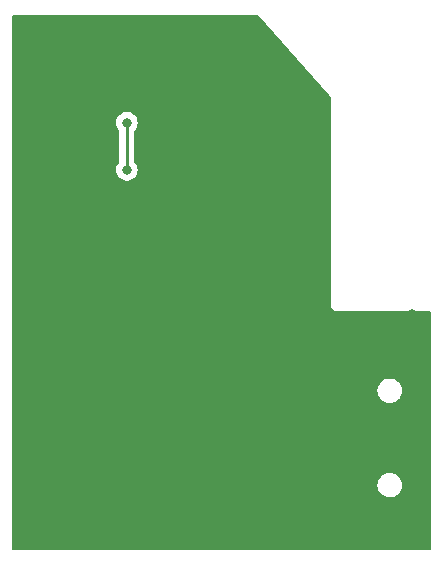
<source format=gbr>
%TF.GenerationSoftware,KiCad,Pcbnew,(6.0.4-0)*%
%TF.CreationDate,2023-01-17T00:41:14-07:00*%
%TF.ProjectId,Gamecube_SD2SP2PRO,47616d65-6375-4626-955f-534432535032,rev?*%
%TF.SameCoordinates,Original*%
%TF.FileFunction,Copper,L2,Bot*%
%TF.FilePolarity,Positive*%
%FSLAX46Y46*%
G04 Gerber Fmt 4.6, Leading zero omitted, Abs format (unit mm)*
G04 Created by KiCad (PCBNEW (6.0.4-0)) date 2023-01-17 00:41:14*
%MOMM*%
%LPD*%
G01*
G04 APERTURE LIST*
%TA.AperFunction,ViaPad*%
%ADD10C,0.800000*%
%TD*%
%TA.AperFunction,Conductor*%
%ADD11C,0.250000*%
%TD*%
G04 APERTURE END LIST*
D10*
%TO.N,GND*%
X101100000Y-62780569D03*
X108400000Y-98399585D03*
X76500000Y-68733739D03*
X82880000Y-98499585D03*
X102020000Y-98499585D03*
X95640000Y-62780569D03*
X108400000Y-92446416D03*
X98697560Y-98200000D03*
X95640000Y-86593247D03*
X81700000Y-80640077D03*
X108400000Y-86493247D03*
X101100000Y-68733739D03*
X76500000Y-86593247D03*
X102020000Y-92546416D03*
X87224879Y-70900000D03*
X102020000Y-86593247D03*
X81700000Y-68733739D03*
X95640000Y-56800000D03*
X89300000Y-93000000D03*
X76500000Y-80640077D03*
X89260000Y-98499585D03*
X76500000Y-56800000D03*
X98397560Y-92500000D03*
X87224879Y-86593247D03*
X108400000Y-80540077D03*
X92900000Y-72400000D03*
X76500000Y-62780569D03*
X95640000Y-74686908D03*
X87224879Y-80640077D03*
X87224879Y-74686908D03*
X95640000Y-68733739D03*
X82880000Y-62780569D03*
X89000000Y-61100000D03*
X89260000Y-56800000D03*
X81700000Y-86593247D03*
X102020000Y-80640077D03*
X82880000Y-56800000D03*
X83500000Y-74800000D03*
X90700000Y-72600000D03*
X81700000Y-74686908D03*
X82880000Y-92546416D03*
X76500000Y-98499585D03*
X95640000Y-80640077D03*
X101100000Y-74686908D03*
X76500000Y-92546416D03*
X76500000Y-74686908D03*
%TO.N,Net-(J2-Pad4)*%
X84300000Y-68300000D03*
X84300000Y-64300000D03*
%TD*%
D11*
%TO.N,Net-(J2-Pad4)*%
X84300000Y-68300000D02*
X84300000Y-64300000D01*
%TD*%
%TA.AperFunction,Conductor*%
%TO.N,GND*%
G36*
X95348835Y-55198502D02*
G01*
X95374586Y-55220452D01*
X101383505Y-61932053D01*
X101559374Y-62128488D01*
X101589910Y-62192582D01*
X101591500Y-62212534D01*
X101591500Y-79771377D01*
X101591498Y-79772147D01*
X101591024Y-79849721D01*
X101593491Y-79858352D01*
X101599150Y-79878153D01*
X101602728Y-79894915D01*
X101606920Y-79924187D01*
X101610634Y-79932355D01*
X101610634Y-79932356D01*
X101617548Y-79947562D01*
X101623996Y-79965086D01*
X101631051Y-79989771D01*
X101635843Y-79997365D01*
X101635844Y-79997368D01*
X101646830Y-80014780D01*
X101654969Y-80029863D01*
X101667208Y-80056782D01*
X101673069Y-80063584D01*
X101683970Y-80076235D01*
X101695073Y-80091239D01*
X101708776Y-80112958D01*
X101715501Y-80118897D01*
X101715504Y-80118901D01*
X101730938Y-80132532D01*
X101742982Y-80144724D01*
X101756427Y-80160327D01*
X101756430Y-80160329D01*
X101762287Y-80167127D01*
X101769816Y-80172007D01*
X101769817Y-80172008D01*
X101783835Y-80181094D01*
X101798709Y-80192385D01*
X101811217Y-80203431D01*
X101817951Y-80209378D01*
X101844711Y-80221942D01*
X101859691Y-80230263D01*
X101876983Y-80241471D01*
X101876988Y-80241473D01*
X101884515Y-80246352D01*
X101893108Y-80248922D01*
X101893113Y-80248924D01*
X101909120Y-80253711D01*
X101926564Y-80260372D01*
X101941676Y-80267467D01*
X101941678Y-80267468D01*
X101949800Y-80271281D01*
X101958667Y-80272662D01*
X101958668Y-80272662D01*
X101968310Y-80274163D01*
X101979017Y-80275830D01*
X101995732Y-80279613D01*
X102015466Y-80285515D01*
X102015472Y-80285516D01*
X102024066Y-80288086D01*
X102033037Y-80288141D01*
X102033038Y-80288141D01*
X102043097Y-80288202D01*
X102058506Y-80288296D01*
X102059289Y-80288329D01*
X102060386Y-80288500D01*
X102091377Y-80288500D01*
X102092147Y-80288502D01*
X102165785Y-80288952D01*
X102165786Y-80288952D01*
X102169721Y-80288976D01*
X102171065Y-80288592D01*
X102172410Y-80288500D01*
X109929786Y-80288500D01*
X109997907Y-80308502D01*
X110044400Y-80362158D01*
X110055786Y-80414500D01*
X110055786Y-100365500D01*
X110035784Y-100433621D01*
X109982128Y-100480114D01*
X109929786Y-100491500D01*
X74698786Y-100491500D01*
X74630665Y-100471498D01*
X74584172Y-100417842D01*
X74572786Y-100365500D01*
X74572786Y-94992750D01*
X105511524Y-94992750D01*
X105529894Y-95194596D01*
X105587119Y-95389029D01*
X105589972Y-95394486D01*
X105589973Y-95394489D01*
X105594127Y-95402435D01*
X105681019Y-95568645D01*
X105684879Y-95573445D01*
X105684879Y-95573446D01*
X105690729Y-95580722D01*
X105808019Y-95726601D01*
X105963281Y-95856881D01*
X105968673Y-95859845D01*
X105968677Y-95859848D01*
X106135494Y-95951556D01*
X106140891Y-95954523D01*
X106334084Y-96015807D01*
X106340201Y-96016493D01*
X106340205Y-96016494D01*
X106414348Y-96024810D01*
X106491817Y-96033500D01*
X106601004Y-96033500D01*
X106751713Y-96018723D01*
X106945742Y-95960142D01*
X107124698Y-95864990D01*
X107281763Y-95736890D01*
X107294246Y-95721801D01*
X107407027Y-95585472D01*
X107407029Y-95585469D01*
X107410956Y-95580722D01*
X107507356Y-95402435D01*
X107567290Y-95208820D01*
X107588476Y-95007250D01*
X107570106Y-94805404D01*
X107512881Y-94610971D01*
X107508951Y-94603452D01*
X107421835Y-94436815D01*
X107418981Y-94431355D01*
X107413630Y-94424699D01*
X107295840Y-94278199D01*
X107291981Y-94273399D01*
X107136719Y-94143119D01*
X107131327Y-94140155D01*
X107131323Y-94140152D01*
X106964506Y-94048444D01*
X106959109Y-94045477D01*
X106765916Y-93984193D01*
X106759799Y-93983507D01*
X106759795Y-93983506D01*
X106685652Y-93975190D01*
X106608183Y-93966500D01*
X106498996Y-93966500D01*
X106348287Y-93981277D01*
X106154258Y-94039858D01*
X105975302Y-94135010D01*
X105818237Y-94263110D01*
X105814310Y-94267857D01*
X105814308Y-94267859D01*
X105692973Y-94414528D01*
X105692971Y-94414531D01*
X105689044Y-94419278D01*
X105592644Y-94597565D01*
X105532710Y-94791180D01*
X105511524Y-94992750D01*
X74572786Y-94992750D01*
X74572786Y-86992750D01*
X105511524Y-86992750D01*
X105529894Y-87194596D01*
X105587119Y-87389029D01*
X105589972Y-87394486D01*
X105589973Y-87394489D01*
X105594127Y-87402435D01*
X105681019Y-87568645D01*
X105684879Y-87573445D01*
X105684879Y-87573446D01*
X105690729Y-87580722D01*
X105808019Y-87726601D01*
X105963281Y-87856881D01*
X105968673Y-87859845D01*
X105968677Y-87859848D01*
X106135494Y-87951556D01*
X106140891Y-87954523D01*
X106334084Y-88015807D01*
X106340201Y-88016493D01*
X106340205Y-88016494D01*
X106414348Y-88024810D01*
X106491817Y-88033500D01*
X106601004Y-88033500D01*
X106751713Y-88018723D01*
X106945742Y-87960142D01*
X107124698Y-87864990D01*
X107281763Y-87736890D01*
X107294246Y-87721801D01*
X107407027Y-87585472D01*
X107407029Y-87585469D01*
X107410956Y-87580722D01*
X107507356Y-87402435D01*
X107567290Y-87208820D01*
X107588476Y-87007250D01*
X107570106Y-86805404D01*
X107512881Y-86610971D01*
X107508951Y-86603452D01*
X107421835Y-86436815D01*
X107418981Y-86431355D01*
X107413630Y-86424699D01*
X107295840Y-86278199D01*
X107291981Y-86273399D01*
X107136719Y-86143119D01*
X107131327Y-86140155D01*
X107131323Y-86140152D01*
X106964506Y-86048444D01*
X106959109Y-86045477D01*
X106765916Y-85984193D01*
X106759799Y-85983507D01*
X106759795Y-85983506D01*
X106685652Y-85975190D01*
X106608183Y-85966500D01*
X106498996Y-85966500D01*
X106348287Y-85981277D01*
X106154258Y-86039858D01*
X105975302Y-86135010D01*
X105818237Y-86263110D01*
X105814310Y-86267857D01*
X105814308Y-86267859D01*
X105692973Y-86414528D01*
X105692971Y-86414531D01*
X105689044Y-86419278D01*
X105592644Y-86597565D01*
X105532710Y-86791180D01*
X105511524Y-86992750D01*
X74572786Y-86992750D01*
X74572786Y-68300000D01*
X83386496Y-68300000D01*
X83406458Y-68489928D01*
X83465473Y-68671556D01*
X83560960Y-68836944D01*
X83688747Y-68978866D01*
X83843248Y-69091118D01*
X83849276Y-69093802D01*
X83849278Y-69093803D01*
X84011681Y-69166109D01*
X84017712Y-69168794D01*
X84111112Y-69188647D01*
X84198056Y-69207128D01*
X84198061Y-69207128D01*
X84204513Y-69208500D01*
X84395487Y-69208500D01*
X84401939Y-69207128D01*
X84401944Y-69207128D01*
X84488888Y-69188647D01*
X84582288Y-69168794D01*
X84588319Y-69166109D01*
X84750722Y-69093803D01*
X84750724Y-69093802D01*
X84756752Y-69091118D01*
X84911253Y-68978866D01*
X85039040Y-68836944D01*
X85134527Y-68671556D01*
X85193542Y-68489928D01*
X85213504Y-68300000D01*
X85193542Y-68110072D01*
X85134527Y-67928444D01*
X85039040Y-67763056D01*
X84965863Y-67681785D01*
X84935147Y-67617779D01*
X84933500Y-67597476D01*
X84933500Y-65002524D01*
X84953502Y-64934403D01*
X84965858Y-64918221D01*
X85039040Y-64836944D01*
X85134527Y-64671556D01*
X85193542Y-64489928D01*
X85213504Y-64300000D01*
X85193542Y-64110072D01*
X85134527Y-63928444D01*
X85039040Y-63763056D01*
X84911253Y-63621134D01*
X84756752Y-63508882D01*
X84750724Y-63506198D01*
X84750722Y-63506197D01*
X84588319Y-63433891D01*
X84588318Y-63433891D01*
X84582288Y-63431206D01*
X84488887Y-63411353D01*
X84401944Y-63392872D01*
X84401939Y-63392872D01*
X84395487Y-63391500D01*
X84204513Y-63391500D01*
X84198061Y-63392872D01*
X84198056Y-63392872D01*
X84111113Y-63411353D01*
X84017712Y-63431206D01*
X84011682Y-63433891D01*
X84011681Y-63433891D01*
X83849278Y-63506197D01*
X83849276Y-63506198D01*
X83843248Y-63508882D01*
X83688747Y-63621134D01*
X83560960Y-63763056D01*
X83465473Y-63928444D01*
X83406458Y-64110072D01*
X83386496Y-64300000D01*
X83406458Y-64489928D01*
X83465473Y-64671556D01*
X83560960Y-64836944D01*
X83634137Y-64918215D01*
X83664853Y-64982221D01*
X83666500Y-65002524D01*
X83666500Y-67597476D01*
X83646498Y-67665597D01*
X83634142Y-67681779D01*
X83560960Y-67763056D01*
X83465473Y-67928444D01*
X83406458Y-68110072D01*
X83386496Y-68300000D01*
X74572786Y-68300000D01*
X74572786Y-55304500D01*
X74592788Y-55236379D01*
X74646444Y-55189886D01*
X74698786Y-55178500D01*
X95280714Y-55178500D01*
X95348835Y-55198502D01*
G37*
%TD.AperFunction*%
%TD*%
M02*

</source>
